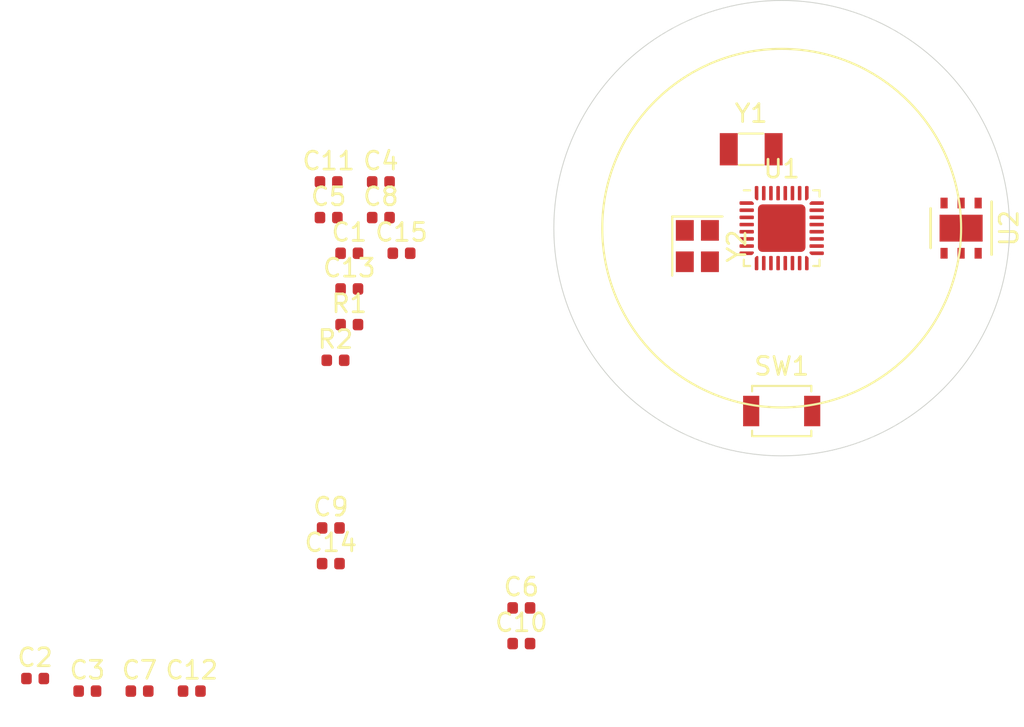
<source format=kicad_pcb>
(kicad_pcb (version 20171130) (host pcbnew 5.1.5-52549c5~84~ubuntu19.04.1)

  (general
    (thickness 1.6)
    (drawings 2)
    (tracks 1)
    (zones 0)
    (modules 22)
    (nets 34)
  )

  (page A4)
  (layers
    (0 F.Cu signal)
    (31 B.Cu signal)
    (32 B.Adhes user)
    (33 F.Adhes user)
    (34 B.Paste user)
    (35 F.Paste user)
    (36 B.SilkS user)
    (37 F.SilkS user)
    (38 B.Mask user)
    (39 F.Mask user)
    (40 Dwgs.User user)
    (41 Cmts.User user)
    (42 Eco1.User user)
    (43 Eco2.User user)
    (44 Edge.Cuts user)
    (45 Margin user)
    (46 B.CrtYd user)
    (47 F.CrtYd user)
    (48 B.Fab user)
    (49 F.Fab user)
  )

  (setup
    (last_trace_width 0.25)
    (trace_clearance 0.2)
    (zone_clearance 0.508)
    (zone_45_only no)
    (trace_min 0.2)
    (via_size 0.8)
    (via_drill 0.4)
    (via_min_size 0.4)
    (via_min_drill 0.3)
    (uvia_size 0.3)
    (uvia_drill 0.1)
    (uvias_allowed no)
    (uvia_min_size 0.2)
    (uvia_min_drill 0.1)
    (edge_width 0.05)
    (segment_width 0.2)
    (pcb_text_width 0.3)
    (pcb_text_size 1.5 1.5)
    (mod_edge_width 0.12)
    (mod_text_size 1 1)
    (mod_text_width 0.15)
    (pad_size 1.524 1.524)
    (pad_drill 0.762)
    (pad_to_mask_clearance 0.051)
    (solder_mask_min_width 0.25)
    (aux_axis_origin 0 0)
    (visible_elements FFFFFF7F)
    (pcbplotparams
      (layerselection 0x010fc_ffffffff)
      (usegerberextensions false)
      (usegerberattributes false)
      (usegerberadvancedattributes false)
      (creategerberjobfile false)
      (excludeedgelayer true)
      (linewidth 0.100000)
      (plotframeref false)
      (viasonmask false)
      (mode 1)
      (useauxorigin false)
      (hpglpennumber 1)
      (hpglpenspeed 20)
      (hpglpendiameter 15.000000)
      (psnegative false)
      (psa4output false)
      (plotreference true)
      (plotvalue true)
      (plotinvisibletext false)
      (padsonsilk false)
      (subtractmaskfromsilk false)
      (outputformat 1)
      (mirror false)
      (drillshape 1)
      (scaleselection 1)
      (outputdirectory ""))
  )

  (net 0 "")
  (net 1 GND)
  (net 2 "Net-(C1-Pad1)")
  (net 3 "Net-(C2-Pad1)")
  (net 4 "Net-(C4-Pad2)")
  (net 5 VDD)
  (net 6 "Net-(C14-Pad1)")
  (net 7 "Net-(AE1-Pad2)")
  (net 8 "Net-(U1-Pad32)")
  (net 9 "Net-(U1-Pad31)")
  (net 10 "Net-(U1-Pad30)")
  (net 11 "Net-(U1-Pad29)")
  (net 12 "Net-(U1-Pad28)")
  (net 13 "Net-(U1-Pad20)")
  (net 14 /SWDIO)
  (net 15 /SWCLK)
  (net 16 "Net-(U1-Pad17)")
  (net 17 "Net-(U1-Pad16)")
  (net 18 "Net-(U1-Pad15)")
  (net 19 "Net-(U1-Pad8)")
  (net 20 "Net-(U1-Pad7)")
  (net 21 "Net-(U1-Pad6)")
  (net 22 "Net-(U1-Pad5)")
  (net 23 "Net-(U1-Pad4)")
  (net 24 "Net-(U1-Pad3)")
  (net 25 "Net-(U1-Pad2)")
  (net 26 "Net-(U1-Pad1)")
  (net 27 "Net-(U2-Pad3)")
  (net 28 "Net-(U2-Pad7)")
  (net 29 /ANT-)
  (net 30 /HDC_SCL)
  (net 31 /HDC_SDA)
  (net 32 /HDC_INT)
  (net 33 /~RESET~)

  (net_class Default "This is the default net class."
    (clearance 0.2)
    (trace_width 0.25)
    (via_dia 0.8)
    (via_drill 0.4)
    (uvia_dia 0.3)
    (uvia_drill 0.1)
    (add_net /ANT-)
    (add_net /HDC_INT)
    (add_net /HDC_SCL)
    (add_net /HDC_SDA)
    (add_net /SWCLK)
    (add_net /SWDIO)
    (add_net /~RESET~)
    (add_net GND)
    (add_net "Net-(AE1-Pad2)")
    (add_net "Net-(C1-Pad1)")
    (add_net "Net-(C14-Pad1)")
    (add_net "Net-(C2-Pad1)")
    (add_net "Net-(C4-Pad2)")
    (add_net "Net-(U1-Pad1)")
    (add_net "Net-(U1-Pad15)")
    (add_net "Net-(U1-Pad16)")
    (add_net "Net-(U1-Pad17)")
    (add_net "Net-(U1-Pad2)")
    (add_net "Net-(U1-Pad20)")
    (add_net "Net-(U1-Pad28)")
    (add_net "Net-(U1-Pad29)")
    (add_net "Net-(U1-Pad3)")
    (add_net "Net-(U1-Pad30)")
    (add_net "Net-(U1-Pad31)")
    (add_net "Net-(U1-Pad32)")
    (add_net "Net-(U1-Pad4)")
    (add_net "Net-(U1-Pad5)")
    (add_net "Net-(U1-Pad6)")
    (add_net "Net-(U1-Pad7)")
    (add_net "Net-(U1-Pad8)")
    (add_net "Net-(U2-Pad3)")
    (add_net "Net-(U2-Pad7)")
    (add_net VDD)
  )

  (module Button_Switch_SMD:SW_SPST_B3U-1000P (layer F.Cu) (tedit 5A02FC95) (tstamp 5E265572)
    (at 150 110.2)
    (descr "Ultra-small-sized Tactile Switch with High Contact Reliability, Top-actuated Model, without Ground Terminal, without Boss")
    (tags "Tactile Switch")
    (path /5E3661FE)
    (attr smd)
    (fp_text reference SW1 (at 0 -2.5) (layer F.SilkS)
      (effects (font (size 1 1) (thickness 0.15)))
    )
    (fp_text value SW_SPST (at 0 2.5) (layer F.Fab)
      (effects (font (size 1 1) (thickness 0.15)))
    )
    (fp_circle (center 0 0) (end 0.75 0) (layer F.Fab) (width 0.1))
    (fp_line (start -1.5 1.25) (end -1.5 -1.25) (layer F.Fab) (width 0.1))
    (fp_line (start 1.5 1.25) (end -1.5 1.25) (layer F.Fab) (width 0.1))
    (fp_line (start 1.5 -1.25) (end 1.5 1.25) (layer F.Fab) (width 0.1))
    (fp_line (start -1.5 -1.25) (end 1.5 -1.25) (layer F.Fab) (width 0.1))
    (fp_line (start 1.65 -1.4) (end 1.65 -1.1) (layer F.SilkS) (width 0.12))
    (fp_line (start -1.65 -1.4) (end 1.65 -1.4) (layer F.SilkS) (width 0.12))
    (fp_line (start -1.65 -1.1) (end -1.65 -1.4) (layer F.SilkS) (width 0.12))
    (fp_line (start 1.65 1.4) (end 1.65 1.1) (layer F.SilkS) (width 0.12))
    (fp_line (start -1.65 1.4) (end 1.65 1.4) (layer F.SilkS) (width 0.12))
    (fp_line (start -1.65 1.1) (end -1.65 1.4) (layer F.SilkS) (width 0.12))
    (fp_line (start -2.4 -1.65) (end -2.4 1.65) (layer F.CrtYd) (width 0.05))
    (fp_line (start 2.4 -1.65) (end -2.4 -1.65) (layer F.CrtYd) (width 0.05))
    (fp_line (start 2.4 1.65) (end 2.4 -1.65) (layer F.CrtYd) (width 0.05))
    (fp_line (start -2.4 1.65) (end 2.4 1.65) (layer F.CrtYd) (width 0.05))
    (fp_text user %R (at 0 -2.5) (layer F.Fab)
      (effects (font (size 1 1) (thickness 0.15)))
    )
    (pad 2 smd rect (at 1.7 0) (size 0.9 1.7) (layers F.Cu F.Paste F.Mask)
      (net 1 GND))
    (pad 1 smd rect (at -1.7 0) (size 0.9 1.7) (layers F.Cu F.Paste F.Mask)
      (net 33 /~RESET~))
    (model ${KISYS3DMOD}/Button_Switch_SMD.3dshapes/SW_SPST_B3U-1000P.wrl
      (at (xyz 0 0 0))
      (scale (xyz 1 1 1))
      (rotate (xyz 0 0 0))
    )
  )

  (module Crystal:Crystal_SMD_2520-4Pin_2.5x2.0mm (layer F.Cu) (tedit 5A0FD1B2) (tstamp 5E262CC5)
    (at 145.3 101 270)
    (descr "SMD Crystal SERIES SMD2520/4 http://www.newxtal.com/UploadFiles/Images/2012-11-12-09-29-09-776.pdf, 2.5x2.0mm^2 package")
    (tags "SMD SMT crystal")
    (path /5E2A425A)
    (attr smd)
    (fp_text reference Y2 (at 0 -2.2 90) (layer F.SilkS)
      (effects (font (size 1 1) (thickness 0.15)))
    )
    (fp_text value 38.4Mhz (at 0 2.2 90) (layer F.Fab)
      (effects (font (size 1 1) (thickness 0.15)))
    )
    (fp_line (start 1.7 -1.5) (end -1.7 -1.5) (layer F.CrtYd) (width 0.05))
    (fp_line (start 1.7 1.5) (end 1.7 -1.5) (layer F.CrtYd) (width 0.05))
    (fp_line (start -1.7 1.5) (end 1.7 1.5) (layer F.CrtYd) (width 0.05))
    (fp_line (start -1.7 -1.5) (end -1.7 1.5) (layer F.CrtYd) (width 0.05))
    (fp_line (start -1.65 1.4) (end 1.65 1.4) (layer F.SilkS) (width 0.12))
    (fp_line (start -1.65 -1.4) (end -1.65 1.4) (layer F.SilkS) (width 0.12))
    (fp_line (start -1.25 0) (end -0.25 1) (layer F.Fab) (width 0.1))
    (fp_line (start -1.25 -0.9) (end -1.15 -1) (layer F.Fab) (width 0.1))
    (fp_line (start -1.25 0.9) (end -1.25 -0.9) (layer F.Fab) (width 0.1))
    (fp_line (start -1.15 1) (end -1.25 0.9) (layer F.Fab) (width 0.1))
    (fp_line (start 1.15 1) (end -1.15 1) (layer F.Fab) (width 0.1))
    (fp_line (start 1.25 0.9) (end 1.15 1) (layer F.Fab) (width 0.1))
    (fp_line (start 1.25 -0.9) (end 1.25 0.9) (layer F.Fab) (width 0.1))
    (fp_line (start 1.15 -1) (end 1.25 -0.9) (layer F.Fab) (width 0.1))
    (fp_line (start -1.15 -1) (end 1.15 -1) (layer F.Fab) (width 0.1))
    (fp_text user %R (at 0 0 90) (layer F.Fab)
      (effects (font (size 0.6 0.6) (thickness 0.09)))
    )
    (pad 4 smd rect (at -0.875 -0.7 270) (size 1.15 1) (layers F.Cu F.Paste F.Mask)
      (net 1 GND))
    (pad 3 smd rect (at 0.875 -0.7 270) (size 1.15 1) (layers F.Cu F.Paste F.Mask)
      (net 19 "Net-(U1-Pad8)"))
    (pad 2 smd rect (at 0.875 0.7 270) (size 1.15 1) (layers F.Cu F.Paste F.Mask)
      (net 1 GND))
    (pad 1 smd rect (at -0.875 0.7 270) (size 1.15 1) (layers F.Cu F.Paste F.Mask)
      (net 20 "Net-(U1-Pad7)"))
    (model ${KISYS3DMOD}/Crystal.3dshapes/Crystal_SMD_2520-4Pin_2.5x2.0mm.wrl
      (at (xyz 0 0 0))
      (scale (xyz 1 1 1))
      (rotate (xyz 0 0 0))
    )
  )

  (module Crystal:Crystal_SMD_3215-2Pin_3.2x1.5mm (layer F.Cu) (tedit 5A0FD1B2) (tstamp 5E262CAD)
    (at 148.3 95.6)
    (descr "SMD Crystal FC-135 https://support.epson.biz/td/api/doc_check.php?dl=brief_FC-135R_en.pdf")
    (tags "SMD SMT Crystal")
    (path /5E29F964)
    (attr smd)
    (fp_text reference Y1 (at 0 -2) (layer F.SilkS)
      (effects (font (size 1 1) (thickness 0.15)))
    )
    (fp_text value 32.768Khz (at 0 2) (layer F.Fab)
      (effects (font (size 1 1) (thickness 0.15)))
    )
    (fp_line (start 2 -1.15) (end 2 1.15) (layer F.CrtYd) (width 0.05))
    (fp_line (start -2 -1.15) (end -2 1.15) (layer F.CrtYd) (width 0.05))
    (fp_line (start -2 1.15) (end 2 1.15) (layer F.CrtYd) (width 0.05))
    (fp_line (start -1.6 0.75) (end 1.6 0.75) (layer F.Fab) (width 0.1))
    (fp_line (start -1.6 -0.75) (end 1.6 -0.75) (layer F.Fab) (width 0.1))
    (fp_line (start 1.6 -0.75) (end 1.6 0.75) (layer F.Fab) (width 0.1))
    (fp_line (start -0.675 -0.875) (end 0.675 -0.875) (layer F.SilkS) (width 0.12))
    (fp_line (start -0.675 0.875) (end 0.675 0.875) (layer F.SilkS) (width 0.12))
    (fp_line (start -1.6 -0.75) (end -1.6 0.75) (layer F.Fab) (width 0.1))
    (fp_line (start -2 -1.15) (end 2 -1.15) (layer F.CrtYd) (width 0.05))
    (fp_text user %R (at 0 -2) (layer F.Fab)
      (effects (font (size 1 1) (thickness 0.15)))
    )
    (pad 2 smd rect (at -1.25 0) (size 1 1.8) (layers F.Cu F.Paste F.Mask)
      (net 8 "Net-(U1-Pad32)"))
    (pad 1 smd rect (at 1.25 0) (size 1 1.8) (layers F.Cu F.Paste F.Mask)
      (net 9 "Net-(U1-Pad31)"))
    (model ${KISYS3DMOD}/Crystal.3dshapes/Crystal_SMD_3215-2Pin_3.2x1.5mm.wrl
      (at (xyz 0 0 0))
      (scale (xyz 1 1 1))
      (rotate (xyz 0 0 0))
    )
  )

  (module Package_SON:Texas_PWSON-N6 (layer F.Cu) (tedit 5A15BFB4) (tstamp 5E262C9C)
    (at 160 100 270)
    (descr "Plastic Small Outline No-Lead http://www.ti.com/lit/ml/mpds176e/mpds176e.pdf")
    (tags "Plastic Small Outline No-Lead")
    (path /5E27B8F3)
    (attr smd)
    (fp_text reference U2 (at 0 -2.67 90) (layer F.SilkS)
      (effects (font (size 1 1) (thickness 0.15)))
    )
    (fp_text value HDC2080 (at 0 2.725 90) (layer F.Fab)
      (effects (font (size 1 1) (thickness 0.15)))
    )
    (fp_line (start 1.475 -1.5) (end 1.475 1.5) (layer F.Fab) (width 0.15))
    (fp_line (start 1.475 1.5) (end -1.475 1.5) (layer F.Fab) (width 0.15))
    (fp_text user %R (at 0 0 90) (layer F.Fab)
      (effects (font (size 0.5 0.5) (thickness 0.1)))
    )
    (fp_line (start -1.98 -1.86) (end 1.98 -1.86) (layer F.CrtYd) (width 0.05))
    (fp_line (start -1.98 1.85) (end -1.98 -1.85) (layer F.CrtYd) (width 0.05))
    (fp_line (start -1.98 1.85) (end 1.98 1.85) (layer F.CrtYd) (width 0.05))
    (fp_line (start 1.98 1.85) (end 1.98 -1.85) (layer F.CrtYd) (width 0.05))
    (fp_line (start -1.475 -0.75) (end -0.825 -1.5) (layer F.Fab) (width 0.15))
    (fp_line (start -1.475 1.5) (end -1.475 -0.75) (layer F.Fab) (width 0.15))
    (fp_line (start 1.475 -1.5) (end -0.825 -1.5) (layer F.Fab) (width 0.15))
    (fp_line (start 1.1 1.7) (end -1.1 1.7) (layer F.SilkS) (width 0.15))
    (fp_line (start 1.475 -1.7) (end -1.475 -1.7) (layer F.SilkS) (width 0.15))
    (pad 6 smd rect (at 1.4 -0.95 270) (size 0.6 0.4) (layers F.Cu F.Paste F.Mask)
      (net 30 /HDC_SCL))
    (pad 5 smd rect (at 1.4 0 270) (size 0.6 0.4) (layers F.Cu F.Paste F.Mask)
      (net 5 VDD))
    (pad 4 smd rect (at 1.4 0.95 270) (size 0.6 0.4) (layers F.Cu F.Paste F.Mask)
      (net 32 /HDC_INT))
    (pad 3 smd rect (at -1.4 0.95 270) (size 0.6 0.4) (layers F.Cu F.Paste F.Mask)
      (net 27 "Net-(U2-Pad3)"))
    (pad 2 smd rect (at -1.4 0 270) (size 0.6 0.4) (layers F.Cu F.Paste F.Mask)
      (net 1 GND))
    (pad 1 smd rect (at -1.4 -0.95 270) (size 0.6 0.4) (layers F.Cu F.Paste F.Mask)
      (net 31 /HDC_SDA))
    (pad 7 smd rect (at 0 0 270) (size 1.5 2.4) (layers F.Cu F.Paste F.Mask)
      (net 28 "Net-(U2-Pad7)"))
    (model ${KISYS3DMOD}/Package_SON.3dshapes/Texas_PWSON-N6.wrl
      (at (xyz 0 0 0))
      (scale (xyz 1 1 1))
      (rotate (xyz 0 0 0))
    )
  )

  (module Package_DFN_QFN:QFN-32-1EP_4x4mm_P0.4mm_EP2.65x2.65mm (layer F.Cu) (tedit 5C2685BC) (tstamp 5E262C85)
    (at 150 100)
    (descr "QFN, 32 Pin (https://www.renesas.com/eu/en/package-image/pdf/outdrawing/l32.4x4a.pdf), generated with kicad-footprint-generator ipc_dfn_qfn_generator.py")
    (tags "QFN DFN_QFN")
    (path /5E24CC47)
    (attr smd)
    (fp_text reference U1 (at 0 -3.3) (layer F.SilkS)
      (effects (font (size 1 1) (thickness 0.15)))
    )
    (fp_text value EFR32MG21x (at 0 3.3) (layer F.Fab)
      (effects (font (size 1 1) (thickness 0.15)))
    )
    (fp_text user %R (at 0 0) (layer F.Fab)
      (effects (font (size 1 1) (thickness 0.15)))
    )
    (fp_line (start 2.6 -2.6) (end -2.6 -2.6) (layer F.CrtYd) (width 0.05))
    (fp_line (start 2.6 2.6) (end 2.6 -2.6) (layer F.CrtYd) (width 0.05))
    (fp_line (start -2.6 2.6) (end 2.6 2.6) (layer F.CrtYd) (width 0.05))
    (fp_line (start -2.6 -2.6) (end -2.6 2.6) (layer F.CrtYd) (width 0.05))
    (fp_line (start -2 -1) (end -1 -2) (layer F.Fab) (width 0.1))
    (fp_line (start -2 2) (end -2 -1) (layer F.Fab) (width 0.1))
    (fp_line (start 2 2) (end -2 2) (layer F.Fab) (width 0.1))
    (fp_line (start 2 -2) (end 2 2) (layer F.Fab) (width 0.1))
    (fp_line (start -1 -2) (end 2 -2) (layer F.Fab) (width 0.1))
    (fp_line (start -1.76 -2.11) (end -2.11 -2.11) (layer F.SilkS) (width 0.12))
    (fp_line (start 2.11 2.11) (end 2.11 1.76) (layer F.SilkS) (width 0.12))
    (fp_line (start 1.76 2.11) (end 2.11 2.11) (layer F.SilkS) (width 0.12))
    (fp_line (start -2.11 2.11) (end -2.11 1.76) (layer F.SilkS) (width 0.12))
    (fp_line (start -1.76 2.11) (end -2.11 2.11) (layer F.SilkS) (width 0.12))
    (fp_line (start 2.11 -2.11) (end 2.11 -1.76) (layer F.SilkS) (width 0.12))
    (fp_line (start 1.76 -2.11) (end 2.11 -2.11) (layer F.SilkS) (width 0.12))
    (pad 32 smd custom (at -1.4 -1.95) (size 0.129289 0.129289) (layers F.Cu F.Paste F.Mask)
      (net 8 "Net-(U1-Pad32)")
      (options (clearance outline) (anchor circle))
      (primitives
        (gr_poly (pts
           (xy -0.05 -0.35) (xy 0.05 -0.35) (xy 0.05 0.35) (xy 0.020711 0.35) (xy -0.05 0.279289)
) (width 0.1))
      ))
    (pad 31 smd roundrect (at -1 -1.95) (size 0.2 0.8) (layers F.Cu F.Paste F.Mask) (roundrect_rratio 0.25)
      (net 9 "Net-(U1-Pad31)"))
    (pad 30 smd roundrect (at -0.6 -1.95) (size 0.2 0.8) (layers F.Cu F.Paste F.Mask) (roundrect_rratio 0.25)
      (net 10 "Net-(U1-Pad30)"))
    (pad 29 smd roundrect (at -0.2 -1.95) (size 0.2 0.8) (layers F.Cu F.Paste F.Mask) (roundrect_rratio 0.25)
      (net 11 "Net-(U1-Pad29)"))
    (pad 28 smd roundrect (at 0.2 -1.95) (size 0.2 0.8) (layers F.Cu F.Paste F.Mask) (roundrect_rratio 0.25)
      (net 12 "Net-(U1-Pad28)"))
    (pad 27 smd roundrect (at 0.6 -1.95) (size 0.2 0.8) (layers F.Cu F.Paste F.Mask) (roundrect_rratio 0.25)
      (net 5 VDD))
    (pad 26 smd roundrect (at 1 -1.95) (size 0.2 0.8) (layers F.Cu F.Paste F.Mask) (roundrect_rratio 0.25)
      (net 5 VDD))
    (pad 25 smd custom (at 1.4 -1.95) (size 0.129289 0.129289) (layers F.Cu F.Paste F.Mask)
      (net 5 VDD)
      (options (clearance outline) (anchor circle))
      (primitives
        (gr_poly (pts
           (xy -0.05 -0.35) (xy 0.05 -0.35) (xy 0.05 0.279289) (xy -0.020711 0.35) (xy -0.05 0.35)
) (width 0.1))
      ))
    (pad 24 smd custom (at 1.95 -1.4) (size 0.129289 0.129289) (layers F.Cu F.Paste F.Mask)
      (net 2 "Net-(C1-Pad1)")
      (options (clearance outline) (anchor circle))
      (primitives
        (gr_poly (pts
           (xy -0.35 0.020711) (xy -0.279289 -0.05) (xy 0.35 -0.05) (xy 0.35 0.05) (xy -0.35 0.05)
) (width 0.1))
      ))
    (pad 23 smd roundrect (at 1.95 -1) (size 0.8 0.2) (layers F.Cu F.Paste F.Mask) (roundrect_rratio 0.25)
      (net 31 /HDC_SDA))
    (pad 22 smd roundrect (at 1.95 -0.6) (size 0.8 0.2) (layers F.Cu F.Paste F.Mask) (roundrect_rratio 0.25)
      (net 32 /HDC_INT))
    (pad 21 smd roundrect (at 1.95 -0.2) (size 0.8 0.2) (layers F.Cu F.Paste F.Mask) (roundrect_rratio 0.25)
      (net 30 /HDC_SCL))
    (pad 20 smd roundrect (at 1.95 0.2) (size 0.8 0.2) (layers F.Cu F.Paste F.Mask) (roundrect_rratio 0.25)
      (net 13 "Net-(U1-Pad20)"))
    (pad 19 smd roundrect (at 1.95 0.6) (size 0.8 0.2) (layers F.Cu F.Paste F.Mask) (roundrect_rratio 0.25)
      (net 14 /SWDIO))
    (pad 18 smd roundrect (at 1.95 1) (size 0.8 0.2) (layers F.Cu F.Paste F.Mask) (roundrect_rratio 0.25)
      (net 15 /SWCLK))
    (pad 17 smd custom (at 1.95 1.4) (size 0.129289 0.129289) (layers F.Cu F.Paste F.Mask)
      (net 16 "Net-(U1-Pad17)")
      (options (clearance outline) (anchor circle))
      (primitives
        (gr_poly (pts
           (xy -0.35 -0.05) (xy 0.35 -0.05) (xy 0.35 0.05) (xy -0.279289 0.05) (xy -0.35 -0.020711)
) (width 0.1))
      ))
    (pad 16 smd custom (at 1.4 1.95) (size 0.129289 0.129289) (layers F.Cu F.Paste F.Mask)
      (net 17 "Net-(U1-Pad16)")
      (options (clearance outline) (anchor circle))
      (primitives
        (gr_poly (pts
           (xy -0.05 -0.35) (xy -0.020711 -0.35) (xy 0.05 -0.279289) (xy 0.05 0.35) (xy -0.05 0.35)
) (width 0.1))
      ))
    (pad 15 smd roundrect (at 1 1.95) (size 0.2 0.8) (layers F.Cu F.Paste F.Mask) (roundrect_rratio 0.25)
      (net 18 "Net-(U1-Pad15)"))
    (pad 14 smd roundrect (at 0.6 1.95) (size 0.2 0.8) (layers F.Cu F.Paste F.Mask) (roundrect_rratio 0.25)
      (net 3 "Net-(C2-Pad1)"))
    (pad 13 smd roundrect (at 0.2 1.95) (size 0.2 0.8) (layers F.Cu F.Paste F.Mask) (roundrect_rratio 0.25)
      (net 29 /ANT-))
    (pad 12 smd roundrect (at -0.2 1.95) (size 0.2 0.8) (layers F.Cu F.Paste F.Mask) (roundrect_rratio 0.25)
      (net 29 /ANT-))
    (pad 11 smd roundrect (at -0.6 1.95) (size 0.2 0.8) (layers F.Cu F.Paste F.Mask) (roundrect_rratio 0.25)
      (net 1 GND))
    (pad 10 smd roundrect (at -1 1.95) (size 0.2 0.8) (layers F.Cu F.Paste F.Mask) (roundrect_rratio 0.25)
      (net 4 "Net-(C4-Pad2)"))
    (pad 9 smd custom (at -1.4 1.95) (size 0.129289 0.129289) (layers F.Cu F.Paste F.Mask)
      (net 33 /~RESET~)
      (options (clearance outline) (anchor circle))
      (primitives
        (gr_poly (pts
           (xy -0.05 -0.279289) (xy 0.020711 -0.35) (xy 0.05 -0.35) (xy 0.05 0.35) (xy -0.05 0.35)
) (width 0.1))
      ))
    (pad 8 smd custom (at -1.95 1.4) (size 0.129289 0.129289) (layers F.Cu F.Paste F.Mask)
      (net 19 "Net-(U1-Pad8)")
      (options (clearance outline) (anchor circle))
      (primitives
        (gr_poly (pts
           (xy -0.35 -0.05) (xy 0.35 -0.05) (xy 0.35 -0.020711) (xy 0.279289 0.05) (xy -0.35 0.05)
) (width 0.1))
      ))
    (pad 7 smd roundrect (at -1.95 1) (size 0.8 0.2) (layers F.Cu F.Paste F.Mask) (roundrect_rratio 0.25)
      (net 20 "Net-(U1-Pad7)"))
    (pad 6 smd roundrect (at -1.95 0.6) (size 0.8 0.2) (layers F.Cu F.Paste F.Mask) (roundrect_rratio 0.25)
      (net 21 "Net-(U1-Pad6)"))
    (pad 5 smd roundrect (at -1.95 0.2) (size 0.8 0.2) (layers F.Cu F.Paste F.Mask) (roundrect_rratio 0.25)
      (net 22 "Net-(U1-Pad5)"))
    (pad 4 smd roundrect (at -1.95 -0.2) (size 0.8 0.2) (layers F.Cu F.Paste F.Mask) (roundrect_rratio 0.25)
      (net 23 "Net-(U1-Pad4)"))
    (pad 3 smd roundrect (at -1.95 -0.6) (size 0.8 0.2) (layers F.Cu F.Paste F.Mask) (roundrect_rratio 0.25)
      (net 24 "Net-(U1-Pad3)"))
    (pad 2 smd roundrect (at -1.95 -1) (size 0.8 0.2) (layers F.Cu F.Paste F.Mask) (roundrect_rratio 0.25)
      (net 25 "Net-(U1-Pad2)"))
    (pad 1 smd custom (at -1.95 -1.4) (size 0.129289 0.129289) (layers F.Cu F.Paste F.Mask)
      (net 26 "Net-(U1-Pad1)")
      (options (clearance outline) (anchor circle))
      (primitives
        (gr_poly (pts
           (xy -0.35 -0.05) (xy 0.279289 -0.05) (xy 0.35 0.020711) (xy 0.35 0.05) (xy -0.35 0.05)
) (width 0.1))
      ))
    (pad "" smd roundrect (at 0.66 0.66) (size 1.07 1.07) (layers F.Paste) (roundrect_rratio 0.233645))
    (pad "" smd roundrect (at 0.66 -0.66) (size 1.07 1.07) (layers F.Paste) (roundrect_rratio 0.233645))
    (pad "" smd roundrect (at -0.66 0.66) (size 1.07 1.07) (layers F.Paste) (roundrect_rratio 0.233645))
    (pad "" smd roundrect (at -0.66 -0.66) (size 1.07 1.07) (layers F.Paste) (roundrect_rratio 0.233645))
    (pad 33 smd roundrect (at 0 0) (size 2.65 2.65) (layers F.Cu F.Mask) (roundrect_rratio 0.09433999999999999)
      (net 1 GND))
    (model ${KISYS3DMOD}/Package_DFN_QFN.3dshapes/QFN-32-1EP_4x4mm_P0.4mm_EP2.65x2.65mm.wrl
      (at (xyz 0 0 0))
      (scale (xyz 1 1 1))
      (rotate (xyz 0 0 0))
    )
  )

  (module Resistor_SMD:R_0402_1005Metric (layer F.Cu) (tedit 5B301BBD) (tstamp 5E262C4B)
    (at 125.13 107.37)
    (descr "Resistor SMD 0402 (1005 Metric), square (rectangular) end terminal, IPC_7351 nominal, (Body size source: http://www.tortai-tech.com/upload/download/2011102023233369053.pdf), generated with kicad-footprint-generator")
    (tags resistor)
    (path /5E2C022F)
    (attr smd)
    (fp_text reference R2 (at 0 -1.17) (layer F.SilkS)
      (effects (font (size 1 1) (thickness 0.15)))
    )
    (fp_text value 100k (at 0 1.17) (layer F.Fab)
      (effects (font (size 1 1) (thickness 0.15)))
    )
    (fp_text user %R (at 0 0) (layer F.Fab)
      (effects (font (size 0.25 0.25) (thickness 0.04)))
    )
    (fp_line (start 0.93 0.47) (end -0.93 0.47) (layer F.CrtYd) (width 0.05))
    (fp_line (start 0.93 -0.47) (end 0.93 0.47) (layer F.CrtYd) (width 0.05))
    (fp_line (start -0.93 -0.47) (end 0.93 -0.47) (layer F.CrtYd) (width 0.05))
    (fp_line (start -0.93 0.47) (end -0.93 -0.47) (layer F.CrtYd) (width 0.05))
    (fp_line (start 0.5 0.25) (end -0.5 0.25) (layer F.Fab) (width 0.1))
    (fp_line (start 0.5 -0.25) (end 0.5 0.25) (layer F.Fab) (width 0.1))
    (fp_line (start -0.5 -0.25) (end 0.5 -0.25) (layer F.Fab) (width 0.1))
    (fp_line (start -0.5 0.25) (end -0.5 -0.25) (layer F.Fab) (width 0.1))
    (pad 2 smd roundrect (at 0.485 0) (size 0.59 0.64) (layers F.Cu F.Paste F.Mask) (roundrect_rratio 0.25)
      (net 31 /HDC_SDA))
    (pad 1 smd roundrect (at -0.485 0) (size 0.59 0.64) (layers F.Cu F.Paste F.Mask) (roundrect_rratio 0.25)
      (net 5 VDD))
    (model ${KISYS3DMOD}/Resistor_SMD.3dshapes/R_0402_1005Metric.wrl
      (at (xyz 0 0 0))
      (scale (xyz 1 1 1))
      (rotate (xyz 0 0 0))
    )
  )

  (module Resistor_SMD:R_0402_1005Metric (layer F.Cu) (tedit 5B301BBD) (tstamp 5E262C3C)
    (at 125.9 105.38)
    (descr "Resistor SMD 0402 (1005 Metric), square (rectangular) end terminal, IPC_7351 nominal, (Body size source: http://www.tortai-tech.com/upload/download/2011102023233369053.pdf), generated with kicad-footprint-generator")
    (tags resistor)
    (path /5E2BFF4F)
    (attr smd)
    (fp_text reference R1 (at 0 -1.17) (layer F.SilkS)
      (effects (font (size 1 1) (thickness 0.15)))
    )
    (fp_text value 100k (at 0 1.17) (layer F.Fab)
      (effects (font (size 1 1) (thickness 0.15)))
    )
    (fp_text user %R (at 0 0) (layer F.Fab)
      (effects (font (size 0.25 0.25) (thickness 0.04)))
    )
    (fp_line (start 0.93 0.47) (end -0.93 0.47) (layer F.CrtYd) (width 0.05))
    (fp_line (start 0.93 -0.47) (end 0.93 0.47) (layer F.CrtYd) (width 0.05))
    (fp_line (start -0.93 -0.47) (end 0.93 -0.47) (layer F.CrtYd) (width 0.05))
    (fp_line (start -0.93 0.47) (end -0.93 -0.47) (layer F.CrtYd) (width 0.05))
    (fp_line (start 0.5 0.25) (end -0.5 0.25) (layer F.Fab) (width 0.1))
    (fp_line (start 0.5 -0.25) (end 0.5 0.25) (layer F.Fab) (width 0.1))
    (fp_line (start -0.5 -0.25) (end 0.5 -0.25) (layer F.Fab) (width 0.1))
    (fp_line (start -0.5 0.25) (end -0.5 -0.25) (layer F.Fab) (width 0.1))
    (pad 2 smd roundrect (at 0.485 0) (size 0.59 0.64) (layers F.Cu F.Paste F.Mask) (roundrect_rratio 0.25)
      (net 30 /HDC_SCL))
    (pad 1 smd roundrect (at -0.485 0) (size 0.59 0.64) (layers F.Cu F.Paste F.Mask) (roundrect_rratio 0.25)
      (net 5 VDD))
    (model ${KISYS3DMOD}/Resistor_SMD.3dshapes/R_0402_1005Metric.wrl
      (at (xyz 0 0 0))
      (scale (xyz 1 1 1))
      (rotate (xyz 0 0 0))
    )
  )

  (module Capacitor_SMD:C_0402_1005Metric (layer F.Cu) (tedit 5B301BBE) (tstamp 5E262C2D)
    (at 128.81 101.4)
    (descr "Capacitor SMD 0402 (1005 Metric), square (rectangular) end terminal, IPC_7351 nominal, (Body size source: http://www.tortai-tech.com/upload/download/2011102023233369053.pdf), generated with kicad-footprint-generator")
    (tags capacitor)
    (path /5E298C9E)
    (attr smd)
    (fp_text reference C15 (at 0 -1.17) (layer F.SilkS)
      (effects (font (size 1 1) (thickness 0.15)))
    )
    (fp_text value 2.7pF (at 0 1.17) (layer F.Fab)
      (effects (font (size 1 1) (thickness 0.15)))
    )
    (fp_text user %R (at 0 0) (layer F.Fab)
      (effects (font (size 0.25 0.25) (thickness 0.04)))
    )
    (fp_line (start 0.93 0.47) (end -0.93 0.47) (layer F.CrtYd) (width 0.05))
    (fp_line (start 0.93 -0.47) (end 0.93 0.47) (layer F.CrtYd) (width 0.05))
    (fp_line (start -0.93 -0.47) (end 0.93 -0.47) (layer F.CrtYd) (width 0.05))
    (fp_line (start -0.93 0.47) (end -0.93 -0.47) (layer F.CrtYd) (width 0.05))
    (fp_line (start 0.5 0.25) (end -0.5 0.25) (layer F.Fab) (width 0.1))
    (fp_line (start 0.5 -0.25) (end 0.5 0.25) (layer F.Fab) (width 0.1))
    (fp_line (start -0.5 -0.25) (end 0.5 -0.25) (layer F.Fab) (width 0.1))
    (fp_line (start -0.5 0.25) (end -0.5 -0.25) (layer F.Fab) (width 0.1))
    (pad 2 smd roundrect (at 0.485 0) (size 0.59 0.64) (layers F.Cu F.Paste F.Mask) (roundrect_rratio 0.25)
      (net 6 "Net-(C14-Pad1)"))
    (pad 1 smd roundrect (at -0.485 0) (size 0.59 0.64) (layers F.Cu F.Paste F.Mask) (roundrect_rratio 0.25)
      (net 7 "Net-(AE1-Pad2)"))
    (model ${KISYS3DMOD}/Capacitor_SMD.3dshapes/C_0402_1005Metric.wrl
      (at (xyz 0 0 0))
      (scale (xyz 1 1 1))
      (rotate (xyz 0 0 0))
    )
  )

  (module Capacitor_SMD:C_0402_1005Metric (layer F.Cu) (tedit 5B301BBE) (tstamp 5E264003)
    (at 124.87 118.71)
    (descr "Capacitor SMD 0402 (1005 Metric), square (rectangular) end terminal, IPC_7351 nominal, (Body size source: http://www.tortai-tech.com/upload/download/2011102023233369053.pdf), generated with kicad-footprint-generator")
    (tags capacitor)
    (path /5E282F59)
    (attr smd)
    (fp_text reference C14 (at 0 -1.17) (layer F.SilkS)
      (effects (font (size 1 1) (thickness 0.15)))
    )
    (fp_text value 0.9pF (at 0 1.17) (layer F.Fab)
      (effects (font (size 1 1) (thickness 0.15)))
    )
    (fp_text user %R (at 0 0) (layer F.Fab)
      (effects (font (size 0.25 0.25) (thickness 0.04)))
    )
    (fp_line (start 0.93 0.47) (end -0.93 0.47) (layer F.CrtYd) (width 0.05))
    (fp_line (start 0.93 -0.47) (end 0.93 0.47) (layer F.CrtYd) (width 0.05))
    (fp_line (start -0.93 -0.47) (end 0.93 -0.47) (layer F.CrtYd) (width 0.05))
    (fp_line (start -0.93 0.47) (end -0.93 -0.47) (layer F.CrtYd) (width 0.05))
    (fp_line (start 0.5 0.25) (end -0.5 0.25) (layer F.Fab) (width 0.1))
    (fp_line (start 0.5 -0.25) (end 0.5 0.25) (layer F.Fab) (width 0.1))
    (fp_line (start -0.5 -0.25) (end 0.5 -0.25) (layer F.Fab) (width 0.1))
    (fp_line (start -0.5 0.25) (end -0.5 -0.25) (layer F.Fab) (width 0.1))
    (pad 2 smd roundrect (at 0.485 0) (size 0.59 0.64) (layers F.Cu F.Paste F.Mask) (roundrect_rratio 0.25)
      (net 1 GND))
    (pad 1 smd roundrect (at -0.485 0) (size 0.59 0.64) (layers F.Cu F.Paste F.Mask) (roundrect_rratio 0.25)
      (net 6 "Net-(C14-Pad1)"))
    (model ${KISYS3DMOD}/Capacitor_SMD.3dshapes/C_0402_1005Metric.wrl
      (at (xyz 0 0 0))
      (scale (xyz 1 1 1))
      (rotate (xyz 0 0 0))
    )
  )

  (module Capacitor_SMD:C_0402_1005Metric (layer F.Cu) (tedit 5B301BBE) (tstamp 5E262C0F)
    (at 125.9 103.39)
    (descr "Capacitor SMD 0402 (1005 Metric), square (rectangular) end terminal, IPC_7351 nominal, (Body size source: http://www.tortai-tech.com/upload/download/2011102023233369053.pdf), generated with kicad-footprint-generator")
    (tags capacitor)
    (path /5E282657)
    (attr smd)
    (fp_text reference C13 (at 0 -1.17) (layer F.SilkS)
      (effects (font (size 1 1) (thickness 0.15)))
    )
    (fp_text value 1.7pF (at 0 1.17) (layer F.Fab)
      (effects (font (size 1 1) (thickness 0.15)))
    )
    (fp_text user %R (at 0 0) (layer F.Fab)
      (effects (font (size 0.25 0.25) (thickness 0.04)))
    )
    (fp_line (start 0.93 0.47) (end -0.93 0.47) (layer F.CrtYd) (width 0.05))
    (fp_line (start 0.93 -0.47) (end 0.93 0.47) (layer F.CrtYd) (width 0.05))
    (fp_line (start -0.93 -0.47) (end 0.93 -0.47) (layer F.CrtYd) (width 0.05))
    (fp_line (start -0.93 0.47) (end -0.93 -0.47) (layer F.CrtYd) (width 0.05))
    (fp_line (start 0.5 0.25) (end -0.5 0.25) (layer F.Fab) (width 0.1))
    (fp_line (start 0.5 -0.25) (end 0.5 0.25) (layer F.Fab) (width 0.1))
    (fp_line (start -0.5 -0.25) (end 0.5 -0.25) (layer F.Fab) (width 0.1))
    (fp_line (start -0.5 0.25) (end -0.5 -0.25) (layer F.Fab) (width 0.1))
    (pad 2 smd roundrect (at 0.485 0) (size 0.59 0.64) (layers F.Cu F.Paste F.Mask) (roundrect_rratio 0.25)
      (net 1 GND))
    (pad 1 smd roundrect (at -0.485 0) (size 0.59 0.64) (layers F.Cu F.Paste F.Mask) (roundrect_rratio 0.25)
      (net 29 /ANT-))
    (model ${KISYS3DMOD}/Capacitor_SMD.3dshapes/C_0402_1005Metric.wrl
      (at (xyz 0 0 0))
      (scale (xyz 1 1 1))
      (rotate (xyz 0 0 0))
    )
  )

  (module Capacitor_SMD:C_0402_1005Metric (layer F.Cu) (tedit 5B301BBE) (tstamp 5E264129)
    (at 117.12 125.82)
    (descr "Capacitor SMD 0402 (1005 Metric), square (rectangular) end terminal, IPC_7351 nominal, (Body size source: http://www.tortai-tech.com/upload/download/2011102023233369053.pdf), generated with kicad-footprint-generator")
    (tags capacitor)
    (path /5E28F6A0)
    (attr smd)
    (fp_text reference C12 (at 0 -1.17) (layer F.SilkS)
      (effects (font (size 1 1) (thickness 0.15)))
    )
    (fp_text value 0.5pF (at 0 1.17) (layer F.Fab)
      (effects (font (size 1 1) (thickness 0.15)))
    )
    (fp_text user %R (at 0 0) (layer F.Fab)
      (effects (font (size 0.25 0.25) (thickness 0.04)))
    )
    (fp_line (start 0.93 0.47) (end -0.93 0.47) (layer F.CrtYd) (width 0.05))
    (fp_line (start 0.93 -0.47) (end 0.93 0.47) (layer F.CrtYd) (width 0.05))
    (fp_line (start -0.93 -0.47) (end 0.93 -0.47) (layer F.CrtYd) (width 0.05))
    (fp_line (start -0.93 0.47) (end -0.93 -0.47) (layer F.CrtYd) (width 0.05))
    (fp_line (start 0.5 0.25) (end -0.5 0.25) (layer F.Fab) (width 0.1))
    (fp_line (start 0.5 -0.25) (end 0.5 0.25) (layer F.Fab) (width 0.1))
    (fp_line (start -0.5 -0.25) (end 0.5 -0.25) (layer F.Fab) (width 0.1))
    (fp_line (start -0.5 0.25) (end -0.5 -0.25) (layer F.Fab) (width 0.1))
    (pad 2 smd roundrect (at 0.485 0) (size 0.59 0.64) (layers F.Cu F.Paste F.Mask) (roundrect_rratio 0.25)
      (net 1 GND))
    (pad 1 smd roundrect (at -0.485 0) (size 0.59 0.64) (layers F.Cu F.Paste F.Mask) (roundrect_rratio 0.25)
      (net 29 /ANT-))
    (model ${KISYS3DMOD}/Capacitor_SMD.3dshapes/C_0402_1005Metric.wrl
      (at (xyz 0 0 0))
      (scale (xyz 1 1 1))
      (rotate (xyz 0 0 0))
    )
  )

  (module Capacitor_SMD:C_0402_1005Metric (layer F.Cu) (tedit 5B301BBE) (tstamp 5E262BF1)
    (at 124.75 97.42)
    (descr "Capacitor SMD 0402 (1005 Metric), square (rectangular) end terminal, IPC_7351 nominal, (Body size source: http://www.tortai-tech.com/upload/download/2011102023233369053.pdf), generated with kicad-footprint-generator")
    (tags capacitor)
    (path /5E252A4C)
    (attr smd)
    (fp_text reference C11 (at 0 -1.17) (layer F.SilkS)
      (effects (font (size 1 1) (thickness 0.15)))
    )
    (fp_text value 10nF (at 0 1.17) (layer F.Fab)
      (effects (font (size 1 1) (thickness 0.15)))
    )
    (fp_text user %R (at 0 0) (layer F.Fab)
      (effects (font (size 0.25 0.25) (thickness 0.04)))
    )
    (fp_line (start 0.93 0.47) (end -0.93 0.47) (layer F.CrtYd) (width 0.05))
    (fp_line (start 0.93 -0.47) (end 0.93 0.47) (layer F.CrtYd) (width 0.05))
    (fp_line (start -0.93 -0.47) (end 0.93 -0.47) (layer F.CrtYd) (width 0.05))
    (fp_line (start -0.93 0.47) (end -0.93 -0.47) (layer F.CrtYd) (width 0.05))
    (fp_line (start 0.5 0.25) (end -0.5 0.25) (layer F.Fab) (width 0.1))
    (fp_line (start 0.5 -0.25) (end 0.5 0.25) (layer F.Fab) (width 0.1))
    (fp_line (start -0.5 -0.25) (end 0.5 -0.25) (layer F.Fab) (width 0.1))
    (fp_line (start -0.5 0.25) (end -0.5 -0.25) (layer F.Fab) (width 0.1))
    (pad 2 smd roundrect (at 0.485 0) (size 0.59 0.64) (layers F.Cu F.Paste F.Mask) (roundrect_rratio 0.25)
      (net 5 VDD))
    (pad 1 smd roundrect (at -0.485 0) (size 0.59 0.64) (layers F.Cu F.Paste F.Mask) (roundrect_rratio 0.25)
      (net 1 GND))
    (model ${KISYS3DMOD}/Capacitor_SMD.3dshapes/C_0402_1005Metric.wrl
      (at (xyz 0 0 0))
      (scale (xyz 1 1 1))
      (rotate (xyz 0 0 0))
    )
  )

  (module Capacitor_SMD:C_0402_1005Metric (layer F.Cu) (tedit 5B301BBE) (tstamp 5E262BE2)
    (at 135.49 123.17)
    (descr "Capacitor SMD 0402 (1005 Metric), square (rectangular) end terminal, IPC_7351 nominal, (Body size source: http://www.tortai-tech.com/upload/download/2011102023233369053.pdf), generated with kicad-footprint-generator")
    (tags capacitor)
    (path /5E25275F)
    (attr smd)
    (fp_text reference C10 (at 0 -1.17) (layer F.SilkS)
      (effects (font (size 1 1) (thickness 0.15)))
    )
    (fp_text value 10uF (at 0 1.17) (layer F.Fab)
      (effects (font (size 1 1) (thickness 0.15)))
    )
    (fp_text user %R (at 0 0) (layer F.Fab)
      (effects (font (size 0.25 0.25) (thickness 0.04)))
    )
    (fp_line (start 0.93 0.47) (end -0.93 0.47) (layer F.CrtYd) (width 0.05))
    (fp_line (start 0.93 -0.47) (end 0.93 0.47) (layer F.CrtYd) (width 0.05))
    (fp_line (start -0.93 -0.47) (end 0.93 -0.47) (layer F.CrtYd) (width 0.05))
    (fp_line (start -0.93 0.47) (end -0.93 -0.47) (layer F.CrtYd) (width 0.05))
    (fp_line (start 0.5 0.25) (end -0.5 0.25) (layer F.Fab) (width 0.1))
    (fp_line (start 0.5 -0.25) (end 0.5 0.25) (layer F.Fab) (width 0.1))
    (fp_line (start -0.5 -0.25) (end 0.5 -0.25) (layer F.Fab) (width 0.1))
    (fp_line (start -0.5 0.25) (end -0.5 -0.25) (layer F.Fab) (width 0.1))
    (pad 2 smd roundrect (at 0.485 0) (size 0.59 0.64) (layers F.Cu F.Paste F.Mask) (roundrect_rratio 0.25)
      (net 5 VDD))
    (pad 1 smd roundrect (at -0.485 0) (size 0.59 0.64) (layers F.Cu F.Paste F.Mask) (roundrect_rratio 0.25)
      (net 1 GND))
    (model ${KISYS3DMOD}/Capacitor_SMD.3dshapes/C_0402_1005Metric.wrl
      (at (xyz 0 0 0))
      (scale (xyz 1 1 1))
      (rotate (xyz 0 0 0))
    )
  )

  (module Capacitor_SMD:C_0402_1005Metric (layer F.Cu) (tedit 5B301BBE) (tstamp 5E26402D)
    (at 124.87 116.72)
    (descr "Capacitor SMD 0402 (1005 Metric), square (rectangular) end terminal, IPC_7351 nominal, (Body size source: http://www.tortai-tech.com/upload/download/2011102023233369053.pdf), generated with kicad-footprint-generator")
    (tags capacitor)
    (path /5E251E26)
    (attr smd)
    (fp_text reference C9 (at 0 -1.17) (layer F.SilkS)
      (effects (font (size 1 1) (thickness 0.15)))
    )
    (fp_text value 0.1uF (at 0 1.17) (layer F.Fab)
      (effects (font (size 1 1) (thickness 0.15)))
    )
    (fp_text user %R (at 0 0) (layer F.Fab)
      (effects (font (size 0.25 0.25) (thickness 0.04)))
    )
    (fp_line (start 0.93 0.47) (end -0.93 0.47) (layer F.CrtYd) (width 0.05))
    (fp_line (start 0.93 -0.47) (end 0.93 0.47) (layer F.CrtYd) (width 0.05))
    (fp_line (start -0.93 -0.47) (end 0.93 -0.47) (layer F.CrtYd) (width 0.05))
    (fp_line (start -0.93 0.47) (end -0.93 -0.47) (layer F.CrtYd) (width 0.05))
    (fp_line (start 0.5 0.25) (end -0.5 0.25) (layer F.Fab) (width 0.1))
    (fp_line (start 0.5 -0.25) (end 0.5 0.25) (layer F.Fab) (width 0.1))
    (fp_line (start -0.5 -0.25) (end 0.5 -0.25) (layer F.Fab) (width 0.1))
    (fp_line (start -0.5 0.25) (end -0.5 -0.25) (layer F.Fab) (width 0.1))
    (pad 2 smd roundrect (at 0.485 0) (size 0.59 0.64) (layers F.Cu F.Paste F.Mask) (roundrect_rratio 0.25)
      (net 5 VDD))
    (pad 1 smd roundrect (at -0.485 0) (size 0.59 0.64) (layers F.Cu F.Paste F.Mask) (roundrect_rratio 0.25)
      (net 1 GND))
    (model ${KISYS3DMOD}/Capacitor_SMD.3dshapes/C_0402_1005Metric.wrl
      (at (xyz 0 0 0))
      (scale (xyz 1 1 1))
      (rotate (xyz 0 0 0))
    )
  )

  (module Capacitor_SMD:C_0402_1005Metric (layer F.Cu) (tedit 5B301BBE) (tstamp 5E262BC4)
    (at 127.66 99.41)
    (descr "Capacitor SMD 0402 (1005 Metric), square (rectangular) end terminal, IPC_7351 nominal, (Body size source: http://www.tortai-tech.com/upload/download/2011102023233369053.pdf), generated with kicad-footprint-generator")
    (tags capacitor)
    (path /5E2518C6)
    (attr smd)
    (fp_text reference C8 (at 0 -1.17) (layer F.SilkS)
      (effects (font (size 1 1) (thickness 0.15)))
    )
    (fp_text value 10uF (at 0 1.17) (layer F.Fab)
      (effects (font (size 1 1) (thickness 0.15)))
    )
    (fp_text user %R (at 0 0) (layer F.Fab)
      (effects (font (size 0.25 0.25) (thickness 0.04)))
    )
    (fp_line (start 0.93 0.47) (end -0.93 0.47) (layer F.CrtYd) (width 0.05))
    (fp_line (start 0.93 -0.47) (end 0.93 0.47) (layer F.CrtYd) (width 0.05))
    (fp_line (start -0.93 -0.47) (end 0.93 -0.47) (layer F.CrtYd) (width 0.05))
    (fp_line (start -0.93 0.47) (end -0.93 -0.47) (layer F.CrtYd) (width 0.05))
    (fp_line (start 0.5 0.25) (end -0.5 0.25) (layer F.Fab) (width 0.1))
    (fp_line (start 0.5 -0.25) (end 0.5 0.25) (layer F.Fab) (width 0.1))
    (fp_line (start -0.5 -0.25) (end 0.5 -0.25) (layer F.Fab) (width 0.1))
    (fp_line (start -0.5 0.25) (end -0.5 -0.25) (layer F.Fab) (width 0.1))
    (pad 2 smd roundrect (at 0.485 0) (size 0.59 0.64) (layers F.Cu F.Paste F.Mask) (roundrect_rratio 0.25)
      (net 5 VDD))
    (pad 1 smd roundrect (at -0.485 0) (size 0.59 0.64) (layers F.Cu F.Paste F.Mask) (roundrect_rratio 0.25)
      (net 1 GND))
    (model ${KISYS3DMOD}/Capacitor_SMD.3dshapes/C_0402_1005Metric.wrl
      (at (xyz 0 0 0))
      (scale (xyz 1 1 1))
      (rotate (xyz 0 0 0))
    )
  )

  (module Capacitor_SMD:C_0402_1005Metric (layer F.Cu) (tedit 5B301BBE) (tstamp 5E2640FF)
    (at 114.21 125.82)
    (descr "Capacitor SMD 0402 (1005 Metric), square (rectangular) end terminal, IPC_7351 nominal, (Body size source: http://www.tortai-tech.com/upload/download/2011102023233369053.pdf), generated with kicad-footprint-generator")
    (tags capacitor)
    (path /5E25244C)
    (attr smd)
    (fp_text reference C7 (at 0 -1.17) (layer F.SilkS)
      (effects (font (size 1 1) (thickness 0.15)))
    )
    (fp_text value 0.1uF (at 0 1.17) (layer F.Fab)
      (effects (font (size 1 1) (thickness 0.15)))
    )
    (fp_text user %R (at 0 0) (layer F.Fab)
      (effects (font (size 0.25 0.25) (thickness 0.04)))
    )
    (fp_line (start 0.93 0.47) (end -0.93 0.47) (layer F.CrtYd) (width 0.05))
    (fp_line (start 0.93 -0.47) (end 0.93 0.47) (layer F.CrtYd) (width 0.05))
    (fp_line (start -0.93 -0.47) (end 0.93 -0.47) (layer F.CrtYd) (width 0.05))
    (fp_line (start -0.93 0.47) (end -0.93 -0.47) (layer F.CrtYd) (width 0.05))
    (fp_line (start 0.5 0.25) (end -0.5 0.25) (layer F.Fab) (width 0.1))
    (fp_line (start 0.5 -0.25) (end 0.5 0.25) (layer F.Fab) (width 0.1))
    (fp_line (start -0.5 -0.25) (end 0.5 -0.25) (layer F.Fab) (width 0.1))
    (fp_line (start -0.5 0.25) (end -0.5 -0.25) (layer F.Fab) (width 0.1))
    (pad 2 smd roundrect (at 0.485 0) (size 0.59 0.64) (layers F.Cu F.Paste F.Mask) (roundrect_rratio 0.25)
      (net 5 VDD))
    (pad 1 smd roundrect (at -0.485 0) (size 0.59 0.64) (layers F.Cu F.Paste F.Mask) (roundrect_rratio 0.25)
      (net 1 GND))
    (model ${KISYS3DMOD}/Capacitor_SMD.3dshapes/C_0402_1005Metric.wrl
      (at (xyz 0 0 0))
      (scale (xyz 1 1 1))
      (rotate (xyz 0 0 0))
    )
  )

  (module Capacitor_SMD:C_0402_1005Metric (layer F.Cu) (tedit 5B301BBE) (tstamp 5E262BA6)
    (at 135.49 121.18)
    (descr "Capacitor SMD 0402 (1005 Metric), square (rectangular) end terminal, IPC_7351 nominal, (Body size source: http://www.tortai-tech.com/upload/download/2011102023233369053.pdf), generated with kicad-footprint-generator")
    (tags capacitor)
    (path /5E252134)
    (attr smd)
    (fp_text reference C6 (at 0 -1.17) (layer F.SilkS)
      (effects (font (size 1 1) (thickness 0.15)))
    )
    (fp_text value 2.2uF (at 0 1.17) (layer F.Fab)
      (effects (font (size 1 1) (thickness 0.15)))
    )
    (fp_text user %R (at 0 0) (layer F.Fab)
      (effects (font (size 0.25 0.25) (thickness 0.04)))
    )
    (fp_line (start 0.93 0.47) (end -0.93 0.47) (layer F.CrtYd) (width 0.05))
    (fp_line (start 0.93 -0.47) (end 0.93 0.47) (layer F.CrtYd) (width 0.05))
    (fp_line (start -0.93 -0.47) (end 0.93 -0.47) (layer F.CrtYd) (width 0.05))
    (fp_line (start -0.93 0.47) (end -0.93 -0.47) (layer F.CrtYd) (width 0.05))
    (fp_line (start 0.5 0.25) (end -0.5 0.25) (layer F.Fab) (width 0.1))
    (fp_line (start 0.5 -0.25) (end 0.5 0.25) (layer F.Fab) (width 0.1))
    (fp_line (start -0.5 -0.25) (end 0.5 -0.25) (layer F.Fab) (width 0.1))
    (fp_line (start -0.5 0.25) (end -0.5 -0.25) (layer F.Fab) (width 0.1))
    (pad 2 smd roundrect (at 0.485 0) (size 0.59 0.64) (layers F.Cu F.Paste F.Mask) (roundrect_rratio 0.25)
      (net 5 VDD))
    (pad 1 smd roundrect (at -0.485 0) (size 0.59 0.64) (layers F.Cu F.Paste F.Mask) (roundrect_rratio 0.25)
      (net 1 GND))
    (model ${KISYS3DMOD}/Capacitor_SMD.3dshapes/C_0402_1005Metric.wrl
      (at (xyz 0 0 0))
      (scale (xyz 1 1 1))
      (rotate (xyz 0 0 0))
    )
  )

  (module Capacitor_SMD:C_0402_1005Metric (layer F.Cu) (tedit 5B301BBE) (tstamp 5E262B97)
    (at 124.75 99.41)
    (descr "Capacitor SMD 0402 (1005 Metric), square (rectangular) end terminal, IPC_7351 nominal, (Body size source: http://www.tortai-tech.com/upload/download/2011102023233369053.pdf), generated with kicad-footprint-generator")
    (tags capacitor)
    (path /5E264B8F)
    (attr smd)
    (fp_text reference C5 (at 0 -1.17) (layer F.SilkS)
      (effects (font (size 1 1) (thickness 0.15)))
    )
    (fp_text value 12pF (at 0 1.17) (layer F.Fab)
      (effects (font (size 1 1) (thickness 0.15)))
    )
    (fp_text user %R (at 0 0) (layer F.Fab)
      (effects (font (size 0.25 0.25) (thickness 0.04)))
    )
    (fp_line (start 0.93 0.47) (end -0.93 0.47) (layer F.CrtYd) (width 0.05))
    (fp_line (start 0.93 -0.47) (end 0.93 0.47) (layer F.CrtYd) (width 0.05))
    (fp_line (start -0.93 -0.47) (end 0.93 -0.47) (layer F.CrtYd) (width 0.05))
    (fp_line (start -0.93 0.47) (end -0.93 -0.47) (layer F.CrtYd) (width 0.05))
    (fp_line (start 0.5 0.25) (end -0.5 0.25) (layer F.Fab) (width 0.1))
    (fp_line (start 0.5 -0.25) (end 0.5 0.25) (layer F.Fab) (width 0.1))
    (fp_line (start -0.5 -0.25) (end 0.5 -0.25) (layer F.Fab) (width 0.1))
    (fp_line (start -0.5 0.25) (end -0.5 -0.25) (layer F.Fab) (width 0.1))
    (pad 2 smd roundrect (at 0.485 0) (size 0.59 0.64) (layers F.Cu F.Paste F.Mask) (roundrect_rratio 0.25)
      (net 4 "Net-(C4-Pad2)"))
    (pad 1 smd roundrect (at -0.485 0) (size 0.59 0.64) (layers F.Cu F.Paste F.Mask) (roundrect_rratio 0.25)
      (net 1 GND))
    (model ${KISYS3DMOD}/Capacitor_SMD.3dshapes/C_0402_1005Metric.wrl
      (at (xyz 0 0 0))
      (scale (xyz 1 1 1))
      (rotate (xyz 0 0 0))
    )
  )

  (module Capacitor_SMD:C_0402_1005Metric (layer F.Cu) (tedit 5B301BBE) (tstamp 5E262B88)
    (at 127.66 97.42)
    (descr "Capacitor SMD 0402 (1005 Metric), square (rectangular) end terminal, IPC_7351 nominal, (Body size source: http://www.tortai-tech.com/upload/download/2011102023233369053.pdf), generated with kicad-footprint-generator")
    (tags capacitor)
    (path /5E264B85)
    (attr smd)
    (fp_text reference C4 (at 0 -1.17) (layer F.SilkS)
      (effects (font (size 1 1) (thickness 0.15)))
    )
    (fp_text value 47nF (at 0 1.17) (layer F.Fab)
      (effects (font (size 1 1) (thickness 0.15)))
    )
    (fp_text user %R (at 0 0) (layer F.Fab)
      (effects (font (size 0.25 0.25) (thickness 0.04)))
    )
    (fp_line (start 0.93 0.47) (end -0.93 0.47) (layer F.CrtYd) (width 0.05))
    (fp_line (start 0.93 -0.47) (end 0.93 0.47) (layer F.CrtYd) (width 0.05))
    (fp_line (start -0.93 -0.47) (end 0.93 -0.47) (layer F.CrtYd) (width 0.05))
    (fp_line (start -0.93 0.47) (end -0.93 -0.47) (layer F.CrtYd) (width 0.05))
    (fp_line (start 0.5 0.25) (end -0.5 0.25) (layer F.Fab) (width 0.1))
    (fp_line (start 0.5 -0.25) (end 0.5 0.25) (layer F.Fab) (width 0.1))
    (fp_line (start -0.5 -0.25) (end 0.5 -0.25) (layer F.Fab) (width 0.1))
    (fp_line (start -0.5 0.25) (end -0.5 -0.25) (layer F.Fab) (width 0.1))
    (pad 2 smd roundrect (at 0.485 0) (size 0.59 0.64) (layers F.Cu F.Paste F.Mask) (roundrect_rratio 0.25)
      (net 4 "Net-(C4-Pad2)"))
    (pad 1 smd roundrect (at -0.485 0) (size 0.59 0.64) (layers F.Cu F.Paste F.Mask) (roundrect_rratio 0.25)
      (net 1 GND))
    (model ${KISYS3DMOD}/Capacitor_SMD.3dshapes/C_0402_1005Metric.wrl
      (at (xyz 0 0 0))
      (scale (xyz 1 1 1))
      (rotate (xyz 0 0 0))
    )
  )

  (module Capacitor_SMD:C_0402_1005Metric (layer F.Cu) (tedit 5B301BBE) (tstamp 5E264153)
    (at 111.3 125.82)
    (descr "Capacitor SMD 0402 (1005 Metric), square (rectangular) end terminal, IPC_7351 nominal, (Body size source: http://www.tortai-tech.com/upload/download/2011102023233369053.pdf), generated with kicad-footprint-generator")
    (tags capacitor)
    (path /5E25E4C8)
    (attr smd)
    (fp_text reference C3 (at 0 -1.17) (layer F.SilkS)
      (effects (font (size 1 1) (thickness 0.15)))
    )
    (fp_text value 12p (at 0 1.17) (layer F.Fab)
      (effects (font (size 1 1) (thickness 0.15)))
    )
    (fp_text user %R (at 0 0) (layer F.Fab)
      (effects (font (size 0.25 0.25) (thickness 0.04)))
    )
    (fp_line (start 0.93 0.47) (end -0.93 0.47) (layer F.CrtYd) (width 0.05))
    (fp_line (start 0.93 -0.47) (end 0.93 0.47) (layer F.CrtYd) (width 0.05))
    (fp_line (start -0.93 -0.47) (end 0.93 -0.47) (layer F.CrtYd) (width 0.05))
    (fp_line (start -0.93 0.47) (end -0.93 -0.47) (layer F.CrtYd) (width 0.05))
    (fp_line (start 0.5 0.25) (end -0.5 0.25) (layer F.Fab) (width 0.1))
    (fp_line (start 0.5 -0.25) (end 0.5 0.25) (layer F.Fab) (width 0.1))
    (fp_line (start -0.5 -0.25) (end 0.5 -0.25) (layer F.Fab) (width 0.1))
    (fp_line (start -0.5 0.25) (end -0.5 -0.25) (layer F.Fab) (width 0.1))
    (pad 2 smd roundrect (at 0.485 0) (size 0.59 0.64) (layers F.Cu F.Paste F.Mask) (roundrect_rratio 0.25)
      (net 1 GND))
    (pad 1 smd roundrect (at -0.485 0) (size 0.59 0.64) (layers F.Cu F.Paste F.Mask) (roundrect_rratio 0.25)
      (net 3 "Net-(C2-Pad1)"))
    (model ${KISYS3DMOD}/Capacitor_SMD.3dshapes/C_0402_1005Metric.wrl
      (at (xyz 0 0 0))
      (scale (xyz 1 1 1))
      (rotate (xyz 0 0 0))
    )
  )

  (module Capacitor_SMD:C_0402_1005Metric (layer F.Cu) (tedit 5B301BBE) (tstamp 5E26417D)
    (at 108.39 125.12)
    (descr "Capacitor SMD 0402 (1005 Metric), square (rectangular) end terminal, IPC_7351 nominal, (Body size source: http://www.tortai-tech.com/upload/download/2011102023233369053.pdf), generated with kicad-footprint-generator")
    (tags capacitor)
    (path /5E25DD64)
    (attr smd)
    (fp_text reference C2 (at 0 -1.17) (layer F.SilkS)
      (effects (font (size 1 1) (thickness 0.15)))
    )
    (fp_text value 47nF (at 0 1.17) (layer F.Fab)
      (effects (font (size 1 1) (thickness 0.15)))
    )
    (fp_text user %R (at 0 0) (layer F.Fab)
      (effects (font (size 0.25 0.25) (thickness 0.04)))
    )
    (fp_line (start 0.93 0.47) (end -0.93 0.47) (layer F.CrtYd) (width 0.05))
    (fp_line (start 0.93 -0.47) (end 0.93 0.47) (layer F.CrtYd) (width 0.05))
    (fp_line (start -0.93 -0.47) (end 0.93 -0.47) (layer F.CrtYd) (width 0.05))
    (fp_line (start -0.93 0.47) (end -0.93 -0.47) (layer F.CrtYd) (width 0.05))
    (fp_line (start 0.5 0.25) (end -0.5 0.25) (layer F.Fab) (width 0.1))
    (fp_line (start 0.5 -0.25) (end 0.5 0.25) (layer F.Fab) (width 0.1))
    (fp_line (start -0.5 -0.25) (end 0.5 -0.25) (layer F.Fab) (width 0.1))
    (fp_line (start -0.5 0.25) (end -0.5 -0.25) (layer F.Fab) (width 0.1))
    (pad 2 smd roundrect (at 0.485 0) (size 0.59 0.64) (layers F.Cu F.Paste F.Mask) (roundrect_rratio 0.25)
      (net 1 GND))
    (pad 1 smd roundrect (at -0.485 0) (size 0.59 0.64) (layers F.Cu F.Paste F.Mask) (roundrect_rratio 0.25)
      (net 3 "Net-(C2-Pad1)"))
    (model ${KISYS3DMOD}/Capacitor_SMD.3dshapes/C_0402_1005Metric.wrl
      (at (xyz 0 0 0))
      (scale (xyz 1 1 1))
      (rotate (xyz 0 0 0))
    )
  )

  (module Capacitor_SMD:C_0402_1005Metric (layer F.Cu) (tedit 5B301BBE) (tstamp 5E262B5B)
    (at 125.9 101.4)
    (descr "Capacitor SMD 0402 (1005 Metric), square (rectangular) end terminal, IPC_7351 nominal, (Body size source: http://www.tortai-tech.com/upload/download/2011102023233369053.pdf), generated with kicad-footprint-generator")
    (tags capacitor)
    (path /5E24DFD0)
    (attr smd)
    (fp_text reference C1 (at 0 -1.17) (layer F.SilkS)
      (effects (font (size 1 1) (thickness 0.15)))
    )
    (fp_text value 1uF (at 0 1.17) (layer F.Fab)
      (effects (font (size 1 1) (thickness 0.15)))
    )
    (fp_text user %R (at 0 0) (layer F.Fab)
      (effects (font (size 0.25 0.25) (thickness 0.04)))
    )
    (fp_line (start 0.93 0.47) (end -0.93 0.47) (layer F.CrtYd) (width 0.05))
    (fp_line (start 0.93 -0.47) (end 0.93 0.47) (layer F.CrtYd) (width 0.05))
    (fp_line (start -0.93 -0.47) (end 0.93 -0.47) (layer F.CrtYd) (width 0.05))
    (fp_line (start -0.93 0.47) (end -0.93 -0.47) (layer F.CrtYd) (width 0.05))
    (fp_line (start 0.5 0.25) (end -0.5 0.25) (layer F.Fab) (width 0.1))
    (fp_line (start 0.5 -0.25) (end 0.5 0.25) (layer F.Fab) (width 0.1))
    (fp_line (start -0.5 -0.25) (end 0.5 -0.25) (layer F.Fab) (width 0.1))
    (fp_line (start -0.5 0.25) (end -0.5 -0.25) (layer F.Fab) (width 0.1))
    (pad 2 smd roundrect (at 0.485 0) (size 0.59 0.64) (layers F.Cu F.Paste F.Mask) (roundrect_rratio 0.25)
      (net 1 GND))
    (pad 1 smd roundrect (at -0.485 0) (size 0.59 0.64) (layers F.Cu F.Paste F.Mask) (roundrect_rratio 0.25)
      (net 2 "Net-(C1-Pad1)"))
    (model ${KISYS3DMOD}/Capacitor_SMD.3dshapes/C_0402_1005Metric.wrl
      (at (xyz 0 0 0))
      (scale (xyz 1 1 1))
      (rotate (xyz 0 0 0))
    )
  )

  (gr_circle (center 150 100) (end 160 100) (layer F.SilkS) (width 0.12))
  (gr_circle (center 150 100) (end 150 112.7) (layer Edge.Cuts) (width 0.05) (tstamp 5E263FF3))

  (segment (start 160.95 101.4) (end 160.9 101.4) (width 0.25) (layer F.Cu) (net 30))

)

</source>
